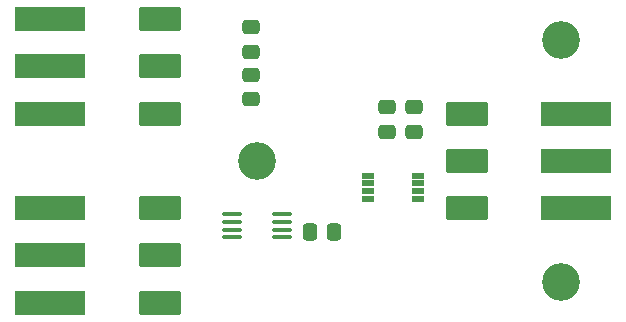
<source format=gbr>
%TF.GenerationSoftware,KiCad,Pcbnew,(6.0.4)*%
%TF.CreationDate,2022-10-31T11:49:10-04:00*%
%TF.ProjectId,switcher board,73776974-6368-4657-9220-626f6172642e,rev?*%
%TF.SameCoordinates,Original*%
%TF.FileFunction,Soldermask,Top*%
%TF.FilePolarity,Negative*%
%FSLAX46Y46*%
G04 Gerber Fmt 4.6, Leading zero omitted, Abs format (unit mm)*
G04 Created by KiCad (PCBNEW (6.0.4)) date 2022-10-31 11:49:10*
%MOMM*%
%LPD*%
G01*
G04 APERTURE LIST*
G04 Aperture macros list*
%AMRoundRect*
0 Rectangle with rounded corners*
0 $1 Rounding radius*
0 $2 $3 $4 $5 $6 $7 $8 $9 X,Y pos of 4 corners*
0 Add a 4 corners polygon primitive as box body*
4,1,4,$2,$3,$4,$5,$6,$7,$8,$9,$2,$3,0*
0 Add four circle primitives for the rounded corners*
1,1,$1+$1,$2,$3*
1,1,$1+$1,$4,$5*
1,1,$1+$1,$6,$7*
1,1,$1+$1,$8,$9*
0 Add four rect primitives between the rounded corners*
20,1,$1+$1,$2,$3,$4,$5,0*
20,1,$1+$1,$4,$5,$6,$7,0*
20,1,$1+$1,$6,$7,$8,$9,0*
20,1,$1+$1,$8,$9,$2,$3,0*%
G04 Aperture macros list end*
%ADD10RoundRect,0.250000X-0.475000X0.337500X-0.475000X-0.337500X0.475000X-0.337500X0.475000X0.337500X0*%
%ADD11RoundRect,0.250000X0.475000X-0.337500X0.475000X0.337500X-0.475000X0.337500X-0.475000X-0.337500X0*%
%ADD12C,3.200000*%
%ADD13RoundRect,0.250000X-0.337500X-0.475000X0.337500X-0.475000X0.337500X0.475000X-0.337500X0.475000X0*%
%ADD14RoundRect,0.100000X-0.712500X-0.100000X0.712500X-0.100000X0.712500X0.100000X-0.712500X0.100000X0*%
%ADD15RoundRect,0.019000X-0.501000X0.171000X-0.501000X-0.171000X0.501000X-0.171000X0.501000X0.171000X0*%
%ADD16RoundRect,0.100000X1.650000X0.900000X-1.650000X0.900000X-1.650000X-0.900000X1.650000X-0.900000X0*%
%ADD17RoundRect,0.100000X2.900000X0.900000X-2.900000X0.900000X-2.900000X-0.900000X2.900000X-0.900000X0*%
%ADD18RoundRect,0.100000X-1.650000X-0.900000X1.650000X-0.900000X1.650000X0.900000X-1.650000X0.900000X0*%
%ADD19RoundRect,0.100000X-2.900000X-0.900000X2.900000X-0.900000X2.900000X0.900000X-2.900000X0.900000X0*%
G04 APERTURE END LIST*
D10*
%TO.C,C5*%
X167260000Y-95962500D03*
X167260000Y-98037500D03*
%TD*%
%TO.C,C4*%
X165000000Y-95962500D03*
X165000000Y-98037500D03*
%TD*%
D11*
%TO.C,C3*%
X153500000Y-95287500D03*
X153500000Y-93212500D03*
%TD*%
D10*
%TO.C,C2*%
X153500000Y-89212500D03*
X153500000Y-91287500D03*
%TD*%
D12*
%TO.C,H3*%
X179750000Y-90250000D03*
%TD*%
%TO.C,H2*%
X179750000Y-110750000D03*
%TD*%
%TO.C,H1*%
X154000000Y-100500000D03*
%TD*%
D13*
%TO.C,C1*%
X160537500Y-106500000D03*
X158462500Y-106500000D03*
%TD*%
D14*
%TO.C,U1*%
X151887500Y-105025000D03*
X151887500Y-105675000D03*
X151887500Y-106325000D03*
X151887500Y-106975000D03*
X156112500Y-106975000D03*
X156112500Y-106325000D03*
X156112500Y-105675000D03*
X156112500Y-105025000D03*
%TD*%
D15*
%TO.C,Q1*%
X163380000Y-101750000D03*
X163380000Y-102400000D03*
X163380000Y-103050000D03*
X163380000Y-103700000D03*
X167620000Y-103700000D03*
X167620000Y-103050000D03*
X167620000Y-102400000D03*
X167620000Y-101750000D03*
%TD*%
D16*
%TO.C,J3*%
X171750000Y-104500000D03*
D17*
X181000000Y-104500000D03*
X181000000Y-100500000D03*
D16*
X171750000Y-100500000D03*
X171750000Y-96500000D03*
D17*
X181000000Y-96500000D03*
%TD*%
D18*
%TO.C,J2*%
X145750000Y-104500000D03*
D19*
X136500000Y-104500000D03*
X136500000Y-108500000D03*
D18*
X145750000Y-108500000D03*
X145750000Y-112500000D03*
D19*
X136500000Y-112500000D03*
%TD*%
D18*
%TO.C,J1*%
X145750000Y-88500000D03*
D19*
X136500000Y-88500000D03*
X136500000Y-92500000D03*
D18*
X145750000Y-92500000D03*
X145750000Y-96500000D03*
D19*
X136500000Y-96500000D03*
%TD*%
M02*

</source>
